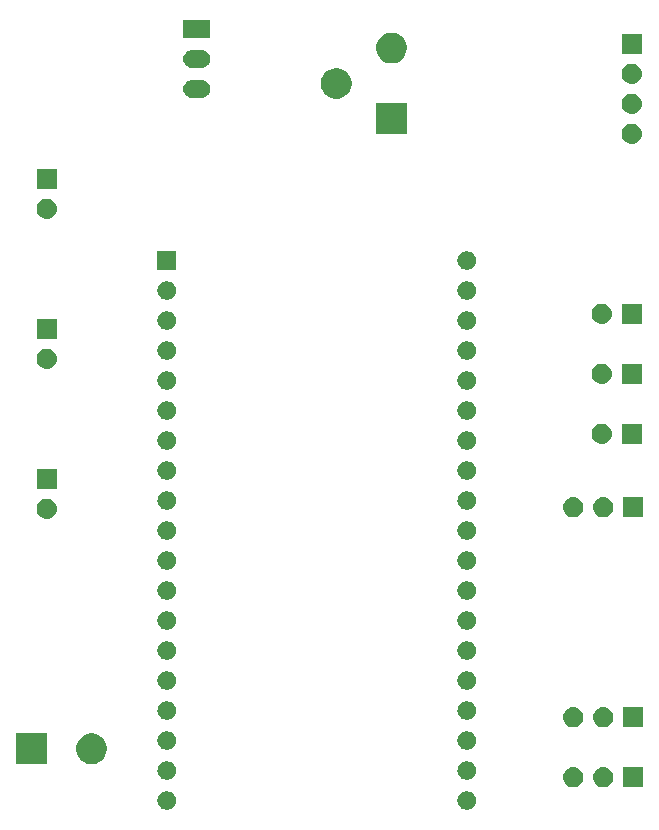
<source format=gbr>
G04 #@! TF.GenerationSoftware,KiCad,Pcbnew,5.0.1-33cea8e~68~ubuntu18.04.1*
G04 #@! TF.CreationDate,2018-11-19T17:19:21-08:00*
G04 #@! TF.ProjectId,Bioreactor,42696F72656163746F722E6B69636164,rev?*
G04 #@! TF.SameCoordinates,Original*
G04 #@! TF.FileFunction,Soldermask,Bot*
G04 #@! TF.FilePolarity,Negative*
%FSLAX46Y46*%
G04 Gerber Fmt 4.6, Leading zero omitted, Abs format (unit mm)*
G04 Created by KiCad (PCBNEW 5.0.1-33cea8e~68~ubuntu18.04.1) date Mon 19 Nov 2018 05:19:21 PM PST*
%MOMM*%
%LPD*%
G01*
G04 APERTURE LIST*
%ADD10C,0.100000*%
G04 APERTURE END LIST*
D10*
G36*
X217397518Y-136969975D02*
X217539465Y-137028771D01*
X217539466Y-137028772D01*
X217539469Y-137028773D01*
X217667221Y-137114135D01*
X217667225Y-137114138D01*
X217775862Y-137222775D01*
X217775864Y-137222778D01*
X217775865Y-137222779D01*
X217861227Y-137350531D01*
X217920025Y-137492482D01*
X217950000Y-137643177D01*
X217950000Y-137796823D01*
X217920025Y-137947518D01*
X217861227Y-138089469D01*
X217775865Y-138217221D01*
X217775862Y-138217225D01*
X217667225Y-138325862D01*
X217667222Y-138325864D01*
X217667221Y-138325865D01*
X217539469Y-138411227D01*
X217539466Y-138411228D01*
X217539465Y-138411229D01*
X217397518Y-138470025D01*
X217246824Y-138500000D01*
X217093176Y-138500000D01*
X216942482Y-138470025D01*
X216800535Y-138411229D01*
X216800534Y-138411228D01*
X216800531Y-138411227D01*
X216672779Y-138325865D01*
X216672778Y-138325864D01*
X216672775Y-138325862D01*
X216564138Y-138217225D01*
X216564135Y-138217221D01*
X216478773Y-138089469D01*
X216419975Y-137947518D01*
X216390000Y-137796823D01*
X216390000Y-137643177D01*
X216419975Y-137492482D01*
X216478773Y-137350531D01*
X216564135Y-137222779D01*
X216564136Y-137222778D01*
X216564138Y-137222775D01*
X216672775Y-137114138D01*
X216672779Y-137114135D01*
X216800531Y-137028773D01*
X216800534Y-137028772D01*
X216800535Y-137028771D01*
X216942482Y-136969975D01*
X217093176Y-136940000D01*
X217246824Y-136940000D01*
X217397518Y-136969975D01*
X217397518Y-136969975D01*
G37*
G36*
X191997518Y-136969975D02*
X192139465Y-137028771D01*
X192139466Y-137028772D01*
X192139469Y-137028773D01*
X192267221Y-137114135D01*
X192267225Y-137114138D01*
X192375862Y-137222775D01*
X192375864Y-137222778D01*
X192375865Y-137222779D01*
X192461227Y-137350531D01*
X192520025Y-137492482D01*
X192550000Y-137643177D01*
X192550000Y-137796823D01*
X192520025Y-137947518D01*
X192461227Y-138089469D01*
X192375865Y-138217221D01*
X192375862Y-138217225D01*
X192267225Y-138325862D01*
X192267222Y-138325864D01*
X192267221Y-138325865D01*
X192139469Y-138411227D01*
X192139466Y-138411228D01*
X192139465Y-138411229D01*
X191997518Y-138470025D01*
X191846824Y-138500000D01*
X191693176Y-138500000D01*
X191542482Y-138470025D01*
X191400535Y-138411229D01*
X191400534Y-138411228D01*
X191400531Y-138411227D01*
X191272779Y-138325865D01*
X191272778Y-138325864D01*
X191272775Y-138325862D01*
X191164138Y-138217225D01*
X191164135Y-138217221D01*
X191078773Y-138089469D01*
X191019975Y-137947518D01*
X190990000Y-137796823D01*
X190990000Y-137643177D01*
X191019975Y-137492482D01*
X191078773Y-137350531D01*
X191164135Y-137222779D01*
X191164136Y-137222778D01*
X191164138Y-137222775D01*
X191272775Y-137114138D01*
X191272779Y-137114135D01*
X191400531Y-137028773D01*
X191400534Y-137028772D01*
X191400535Y-137028771D01*
X191542482Y-136969975D01*
X191693176Y-136940000D01*
X191846824Y-136940000D01*
X191997518Y-136969975D01*
X191997518Y-136969975D01*
G37*
G36*
X228908630Y-134915299D02*
X229068855Y-134963903D01*
X229216520Y-135042831D01*
X229345949Y-135149051D01*
X229452169Y-135278480D01*
X229531097Y-135426145D01*
X229579701Y-135586370D01*
X229596112Y-135753000D01*
X229579701Y-135919630D01*
X229531097Y-136079855D01*
X229452169Y-136227520D01*
X229345949Y-136356949D01*
X229216520Y-136463169D01*
X229068855Y-136542097D01*
X228908630Y-136590701D01*
X228783752Y-136603000D01*
X228700248Y-136603000D01*
X228575370Y-136590701D01*
X228415145Y-136542097D01*
X228267480Y-136463169D01*
X228138051Y-136356949D01*
X228031831Y-136227520D01*
X227952903Y-136079855D01*
X227904299Y-135919630D01*
X227887888Y-135753000D01*
X227904299Y-135586370D01*
X227952903Y-135426145D01*
X228031831Y-135278480D01*
X228138051Y-135149051D01*
X228267480Y-135042831D01*
X228415145Y-134963903D01*
X228575370Y-134915299D01*
X228700248Y-134903000D01*
X228783752Y-134903000D01*
X228908630Y-134915299D01*
X228908630Y-134915299D01*
G37*
G36*
X226368630Y-134915299D02*
X226528855Y-134963903D01*
X226676520Y-135042831D01*
X226805949Y-135149051D01*
X226912169Y-135278480D01*
X226991097Y-135426145D01*
X227039701Y-135586370D01*
X227056112Y-135753000D01*
X227039701Y-135919630D01*
X226991097Y-136079855D01*
X226912169Y-136227520D01*
X226805949Y-136356949D01*
X226676520Y-136463169D01*
X226528855Y-136542097D01*
X226368630Y-136590701D01*
X226243752Y-136603000D01*
X226160248Y-136603000D01*
X226035370Y-136590701D01*
X225875145Y-136542097D01*
X225727480Y-136463169D01*
X225598051Y-136356949D01*
X225491831Y-136227520D01*
X225412903Y-136079855D01*
X225364299Y-135919630D01*
X225347888Y-135753000D01*
X225364299Y-135586370D01*
X225412903Y-135426145D01*
X225491831Y-135278480D01*
X225598051Y-135149051D01*
X225727480Y-135042831D01*
X225875145Y-134963903D01*
X226035370Y-134915299D01*
X226160248Y-134903000D01*
X226243752Y-134903000D01*
X226368630Y-134915299D01*
X226368630Y-134915299D01*
G37*
G36*
X232132000Y-136603000D02*
X230432000Y-136603000D01*
X230432000Y-134903000D01*
X232132000Y-134903000D01*
X232132000Y-136603000D01*
X232132000Y-136603000D01*
G37*
G36*
X217397518Y-134429975D02*
X217539465Y-134488771D01*
X217539466Y-134488772D01*
X217539469Y-134488773D01*
X217667221Y-134574135D01*
X217667225Y-134574138D01*
X217775862Y-134682775D01*
X217775864Y-134682778D01*
X217775865Y-134682779D01*
X217861227Y-134810531D01*
X217861228Y-134810534D01*
X217861229Y-134810535D01*
X217920025Y-134952482D01*
X217937997Y-135042831D01*
X217950000Y-135103177D01*
X217950000Y-135256823D01*
X217920025Y-135407518D01*
X217861227Y-135549469D01*
X217775865Y-135677221D01*
X217775862Y-135677225D01*
X217667225Y-135785862D01*
X217667222Y-135785864D01*
X217667221Y-135785865D01*
X217539469Y-135871227D01*
X217539466Y-135871228D01*
X217539465Y-135871229D01*
X217397518Y-135930025D01*
X217246824Y-135960000D01*
X217093176Y-135960000D01*
X216942482Y-135930025D01*
X216800535Y-135871229D01*
X216800534Y-135871228D01*
X216800531Y-135871227D01*
X216672779Y-135785865D01*
X216672778Y-135785864D01*
X216672775Y-135785862D01*
X216564138Y-135677225D01*
X216564135Y-135677221D01*
X216478773Y-135549469D01*
X216419975Y-135407518D01*
X216390000Y-135256823D01*
X216390000Y-135103177D01*
X216402004Y-135042831D01*
X216419975Y-134952482D01*
X216478771Y-134810535D01*
X216478772Y-134810534D01*
X216478773Y-134810531D01*
X216564135Y-134682779D01*
X216564136Y-134682778D01*
X216564138Y-134682775D01*
X216672775Y-134574138D01*
X216672779Y-134574135D01*
X216800531Y-134488773D01*
X216800534Y-134488772D01*
X216800535Y-134488771D01*
X216942482Y-134429975D01*
X217093176Y-134400000D01*
X217246824Y-134400000D01*
X217397518Y-134429975D01*
X217397518Y-134429975D01*
G37*
G36*
X191997518Y-134429975D02*
X192139465Y-134488771D01*
X192139466Y-134488772D01*
X192139469Y-134488773D01*
X192267221Y-134574135D01*
X192267225Y-134574138D01*
X192375862Y-134682775D01*
X192375864Y-134682778D01*
X192375865Y-134682779D01*
X192461227Y-134810531D01*
X192461228Y-134810534D01*
X192461229Y-134810535D01*
X192520025Y-134952482D01*
X192537997Y-135042831D01*
X192550000Y-135103177D01*
X192550000Y-135256823D01*
X192520025Y-135407518D01*
X192461227Y-135549469D01*
X192375865Y-135677221D01*
X192375862Y-135677225D01*
X192267225Y-135785862D01*
X192267222Y-135785864D01*
X192267221Y-135785865D01*
X192139469Y-135871227D01*
X192139466Y-135871228D01*
X192139465Y-135871229D01*
X191997518Y-135930025D01*
X191846824Y-135960000D01*
X191693176Y-135960000D01*
X191542482Y-135930025D01*
X191400535Y-135871229D01*
X191400534Y-135871228D01*
X191400531Y-135871227D01*
X191272779Y-135785865D01*
X191272778Y-135785864D01*
X191272775Y-135785862D01*
X191164138Y-135677225D01*
X191164135Y-135677221D01*
X191078773Y-135549469D01*
X191019975Y-135407518D01*
X190990000Y-135256823D01*
X190990000Y-135103177D01*
X191002004Y-135042831D01*
X191019975Y-134952482D01*
X191078771Y-134810535D01*
X191078772Y-134810534D01*
X191078773Y-134810531D01*
X191164135Y-134682779D01*
X191164136Y-134682778D01*
X191164138Y-134682775D01*
X191272775Y-134574138D01*
X191272779Y-134574135D01*
X191400531Y-134488773D01*
X191400534Y-134488772D01*
X191400535Y-134488771D01*
X191542482Y-134429975D01*
X191693176Y-134400000D01*
X191846824Y-134400000D01*
X191997518Y-134429975D01*
X191997518Y-134429975D01*
G37*
G36*
X181640000Y-134650000D02*
X179040000Y-134650000D01*
X179040000Y-132050000D01*
X181640000Y-132050000D01*
X181640000Y-134650000D01*
X181640000Y-134650000D01*
G37*
G36*
X185799196Y-132099958D02*
X186035780Y-132197954D01*
X186248705Y-132340226D01*
X186429774Y-132521295D01*
X186572046Y-132734220D01*
X186670042Y-132970804D01*
X186720000Y-133221960D01*
X186720000Y-133478040D01*
X186670042Y-133729196D01*
X186572046Y-133965780D01*
X186429774Y-134178705D01*
X186248705Y-134359774D01*
X186035780Y-134502046D01*
X185799196Y-134600042D01*
X185548040Y-134650000D01*
X185291960Y-134650000D01*
X185040804Y-134600042D01*
X184804220Y-134502046D01*
X184591295Y-134359774D01*
X184410226Y-134178705D01*
X184267954Y-133965780D01*
X184169958Y-133729196D01*
X184120000Y-133478040D01*
X184120000Y-133221960D01*
X184169958Y-132970804D01*
X184267954Y-132734220D01*
X184410226Y-132521295D01*
X184591295Y-132340226D01*
X184804220Y-132197954D01*
X185040804Y-132099958D01*
X185291960Y-132050000D01*
X185548040Y-132050000D01*
X185799196Y-132099958D01*
X185799196Y-132099958D01*
G37*
G36*
X191997518Y-131889975D02*
X192139465Y-131948771D01*
X192139466Y-131948772D01*
X192139469Y-131948773D01*
X192267221Y-132034135D01*
X192267225Y-132034138D01*
X192375862Y-132142775D01*
X192375864Y-132142778D01*
X192375865Y-132142779D01*
X192461227Y-132270531D01*
X192520025Y-132412482D01*
X192550000Y-132563177D01*
X192550000Y-132716823D01*
X192520025Y-132867518D01*
X192461227Y-133009469D01*
X192375865Y-133137221D01*
X192375862Y-133137225D01*
X192267225Y-133245862D01*
X192267222Y-133245864D01*
X192267221Y-133245865D01*
X192139469Y-133331227D01*
X192139466Y-133331228D01*
X192139465Y-133331229D01*
X191997518Y-133390025D01*
X191846824Y-133420000D01*
X191693176Y-133420000D01*
X191542482Y-133390025D01*
X191400535Y-133331229D01*
X191400534Y-133331228D01*
X191400531Y-133331227D01*
X191272779Y-133245865D01*
X191272778Y-133245864D01*
X191272775Y-133245862D01*
X191164138Y-133137225D01*
X191164135Y-133137221D01*
X191078773Y-133009469D01*
X191019975Y-132867518D01*
X190990000Y-132716823D01*
X190990000Y-132563177D01*
X191019975Y-132412482D01*
X191078773Y-132270531D01*
X191164135Y-132142779D01*
X191164136Y-132142778D01*
X191164138Y-132142775D01*
X191272775Y-132034138D01*
X191272779Y-132034135D01*
X191400531Y-131948773D01*
X191400534Y-131948772D01*
X191400535Y-131948771D01*
X191542482Y-131889975D01*
X191693176Y-131860000D01*
X191846824Y-131860000D01*
X191997518Y-131889975D01*
X191997518Y-131889975D01*
G37*
G36*
X217397518Y-131889975D02*
X217539465Y-131948771D01*
X217539466Y-131948772D01*
X217539469Y-131948773D01*
X217667221Y-132034135D01*
X217667225Y-132034138D01*
X217775862Y-132142775D01*
X217775864Y-132142778D01*
X217775865Y-132142779D01*
X217861227Y-132270531D01*
X217920025Y-132412482D01*
X217950000Y-132563177D01*
X217950000Y-132716823D01*
X217920025Y-132867518D01*
X217861227Y-133009469D01*
X217775865Y-133137221D01*
X217775862Y-133137225D01*
X217667225Y-133245862D01*
X217667222Y-133245864D01*
X217667221Y-133245865D01*
X217539469Y-133331227D01*
X217539466Y-133331228D01*
X217539465Y-133331229D01*
X217397518Y-133390025D01*
X217246824Y-133420000D01*
X217093176Y-133420000D01*
X216942482Y-133390025D01*
X216800535Y-133331229D01*
X216800534Y-133331228D01*
X216800531Y-133331227D01*
X216672779Y-133245865D01*
X216672778Y-133245864D01*
X216672775Y-133245862D01*
X216564138Y-133137225D01*
X216564135Y-133137221D01*
X216478773Y-133009469D01*
X216419975Y-132867518D01*
X216390000Y-132716823D01*
X216390000Y-132563177D01*
X216419975Y-132412482D01*
X216478773Y-132270531D01*
X216564135Y-132142779D01*
X216564136Y-132142778D01*
X216564138Y-132142775D01*
X216672775Y-132034138D01*
X216672779Y-132034135D01*
X216800531Y-131948773D01*
X216800534Y-131948772D01*
X216800535Y-131948771D01*
X216942482Y-131889975D01*
X217093176Y-131860000D01*
X217246824Y-131860000D01*
X217397518Y-131889975D01*
X217397518Y-131889975D01*
G37*
G36*
X226368630Y-129835299D02*
X226528855Y-129883903D01*
X226676520Y-129962831D01*
X226805949Y-130069051D01*
X226912169Y-130198480D01*
X226991097Y-130346145D01*
X227039701Y-130506370D01*
X227056112Y-130673000D01*
X227039701Y-130839630D01*
X226991097Y-130999855D01*
X226912169Y-131147520D01*
X226805949Y-131276949D01*
X226676520Y-131383169D01*
X226528855Y-131462097D01*
X226368630Y-131510701D01*
X226243752Y-131523000D01*
X226160248Y-131523000D01*
X226035370Y-131510701D01*
X225875145Y-131462097D01*
X225727480Y-131383169D01*
X225598051Y-131276949D01*
X225491831Y-131147520D01*
X225412903Y-130999855D01*
X225364299Y-130839630D01*
X225347888Y-130673000D01*
X225364299Y-130506370D01*
X225412903Y-130346145D01*
X225491831Y-130198480D01*
X225598051Y-130069051D01*
X225727480Y-129962831D01*
X225875145Y-129883903D01*
X226035370Y-129835299D01*
X226160248Y-129823000D01*
X226243752Y-129823000D01*
X226368630Y-129835299D01*
X226368630Y-129835299D01*
G37*
G36*
X228908630Y-129835299D02*
X229068855Y-129883903D01*
X229216520Y-129962831D01*
X229345949Y-130069051D01*
X229452169Y-130198480D01*
X229531097Y-130346145D01*
X229579701Y-130506370D01*
X229596112Y-130673000D01*
X229579701Y-130839630D01*
X229531097Y-130999855D01*
X229452169Y-131147520D01*
X229345949Y-131276949D01*
X229216520Y-131383169D01*
X229068855Y-131462097D01*
X228908630Y-131510701D01*
X228783752Y-131523000D01*
X228700248Y-131523000D01*
X228575370Y-131510701D01*
X228415145Y-131462097D01*
X228267480Y-131383169D01*
X228138051Y-131276949D01*
X228031831Y-131147520D01*
X227952903Y-130999855D01*
X227904299Y-130839630D01*
X227887888Y-130673000D01*
X227904299Y-130506370D01*
X227952903Y-130346145D01*
X228031831Y-130198480D01*
X228138051Y-130069051D01*
X228267480Y-129962831D01*
X228415145Y-129883903D01*
X228575370Y-129835299D01*
X228700248Y-129823000D01*
X228783752Y-129823000D01*
X228908630Y-129835299D01*
X228908630Y-129835299D01*
G37*
G36*
X232132000Y-131523000D02*
X230432000Y-131523000D01*
X230432000Y-129823000D01*
X232132000Y-129823000D01*
X232132000Y-131523000D01*
X232132000Y-131523000D01*
G37*
G36*
X191997518Y-129349975D02*
X192139465Y-129408771D01*
X192139466Y-129408772D01*
X192139469Y-129408773D01*
X192267221Y-129494135D01*
X192267225Y-129494138D01*
X192375862Y-129602775D01*
X192375864Y-129602778D01*
X192375865Y-129602779D01*
X192461227Y-129730531D01*
X192461228Y-129730534D01*
X192461229Y-129730535D01*
X192520025Y-129872482D01*
X192537997Y-129962831D01*
X192550000Y-130023177D01*
X192550000Y-130176823D01*
X192520025Y-130327518D01*
X192461227Y-130469469D01*
X192375865Y-130597221D01*
X192375862Y-130597225D01*
X192267225Y-130705862D01*
X192267222Y-130705864D01*
X192267221Y-130705865D01*
X192139469Y-130791227D01*
X192139466Y-130791228D01*
X192139465Y-130791229D01*
X191997518Y-130850025D01*
X191846824Y-130880000D01*
X191693176Y-130880000D01*
X191542482Y-130850025D01*
X191400535Y-130791229D01*
X191400534Y-130791228D01*
X191400531Y-130791227D01*
X191272779Y-130705865D01*
X191272778Y-130705864D01*
X191272775Y-130705862D01*
X191164138Y-130597225D01*
X191164135Y-130597221D01*
X191078773Y-130469469D01*
X191019975Y-130327518D01*
X190990000Y-130176823D01*
X190990000Y-130023177D01*
X191002004Y-129962831D01*
X191019975Y-129872482D01*
X191078771Y-129730535D01*
X191078772Y-129730534D01*
X191078773Y-129730531D01*
X191164135Y-129602779D01*
X191164136Y-129602778D01*
X191164138Y-129602775D01*
X191272775Y-129494138D01*
X191272779Y-129494135D01*
X191400531Y-129408773D01*
X191400534Y-129408772D01*
X191400535Y-129408771D01*
X191542482Y-129349975D01*
X191693176Y-129320000D01*
X191846824Y-129320000D01*
X191997518Y-129349975D01*
X191997518Y-129349975D01*
G37*
G36*
X217397518Y-129349975D02*
X217539465Y-129408771D01*
X217539466Y-129408772D01*
X217539469Y-129408773D01*
X217667221Y-129494135D01*
X217667225Y-129494138D01*
X217775862Y-129602775D01*
X217775864Y-129602778D01*
X217775865Y-129602779D01*
X217861227Y-129730531D01*
X217861228Y-129730534D01*
X217861229Y-129730535D01*
X217920025Y-129872482D01*
X217937997Y-129962831D01*
X217950000Y-130023177D01*
X217950000Y-130176823D01*
X217920025Y-130327518D01*
X217861227Y-130469469D01*
X217775865Y-130597221D01*
X217775862Y-130597225D01*
X217667225Y-130705862D01*
X217667222Y-130705864D01*
X217667221Y-130705865D01*
X217539469Y-130791227D01*
X217539466Y-130791228D01*
X217539465Y-130791229D01*
X217397518Y-130850025D01*
X217246824Y-130880000D01*
X217093176Y-130880000D01*
X216942482Y-130850025D01*
X216800535Y-130791229D01*
X216800534Y-130791228D01*
X216800531Y-130791227D01*
X216672779Y-130705865D01*
X216672778Y-130705864D01*
X216672775Y-130705862D01*
X216564138Y-130597225D01*
X216564135Y-130597221D01*
X216478773Y-130469469D01*
X216419975Y-130327518D01*
X216390000Y-130176823D01*
X216390000Y-130023177D01*
X216402004Y-129962831D01*
X216419975Y-129872482D01*
X216478771Y-129730535D01*
X216478772Y-129730534D01*
X216478773Y-129730531D01*
X216564135Y-129602779D01*
X216564136Y-129602778D01*
X216564138Y-129602775D01*
X216672775Y-129494138D01*
X216672779Y-129494135D01*
X216800531Y-129408773D01*
X216800534Y-129408772D01*
X216800535Y-129408771D01*
X216942482Y-129349975D01*
X217093176Y-129320000D01*
X217246824Y-129320000D01*
X217397518Y-129349975D01*
X217397518Y-129349975D01*
G37*
G36*
X191997518Y-126809975D02*
X192139465Y-126868771D01*
X192139466Y-126868772D01*
X192139469Y-126868773D01*
X192267221Y-126954135D01*
X192267225Y-126954138D01*
X192375862Y-127062775D01*
X192375864Y-127062778D01*
X192375865Y-127062779D01*
X192461227Y-127190531D01*
X192520025Y-127332482D01*
X192550000Y-127483177D01*
X192550000Y-127636823D01*
X192520025Y-127787518D01*
X192461227Y-127929469D01*
X192375865Y-128057221D01*
X192375862Y-128057225D01*
X192267225Y-128165862D01*
X192267222Y-128165864D01*
X192267221Y-128165865D01*
X192139469Y-128251227D01*
X192139466Y-128251228D01*
X192139465Y-128251229D01*
X191997518Y-128310025D01*
X191846824Y-128340000D01*
X191693176Y-128340000D01*
X191542482Y-128310025D01*
X191400535Y-128251229D01*
X191400534Y-128251228D01*
X191400531Y-128251227D01*
X191272779Y-128165865D01*
X191272778Y-128165864D01*
X191272775Y-128165862D01*
X191164138Y-128057225D01*
X191164135Y-128057221D01*
X191078773Y-127929469D01*
X191019975Y-127787518D01*
X190990000Y-127636823D01*
X190990000Y-127483177D01*
X191019975Y-127332482D01*
X191078773Y-127190531D01*
X191164135Y-127062779D01*
X191164136Y-127062778D01*
X191164138Y-127062775D01*
X191272775Y-126954138D01*
X191272779Y-126954135D01*
X191400531Y-126868773D01*
X191400534Y-126868772D01*
X191400535Y-126868771D01*
X191542482Y-126809975D01*
X191693176Y-126780000D01*
X191846824Y-126780000D01*
X191997518Y-126809975D01*
X191997518Y-126809975D01*
G37*
G36*
X217397518Y-126809975D02*
X217539465Y-126868771D01*
X217539466Y-126868772D01*
X217539469Y-126868773D01*
X217667221Y-126954135D01*
X217667225Y-126954138D01*
X217775862Y-127062775D01*
X217775864Y-127062778D01*
X217775865Y-127062779D01*
X217861227Y-127190531D01*
X217920025Y-127332482D01*
X217950000Y-127483177D01*
X217950000Y-127636823D01*
X217920025Y-127787518D01*
X217861227Y-127929469D01*
X217775865Y-128057221D01*
X217775862Y-128057225D01*
X217667225Y-128165862D01*
X217667222Y-128165864D01*
X217667221Y-128165865D01*
X217539469Y-128251227D01*
X217539466Y-128251228D01*
X217539465Y-128251229D01*
X217397518Y-128310025D01*
X217246824Y-128340000D01*
X217093176Y-128340000D01*
X216942482Y-128310025D01*
X216800535Y-128251229D01*
X216800534Y-128251228D01*
X216800531Y-128251227D01*
X216672779Y-128165865D01*
X216672778Y-128165864D01*
X216672775Y-128165862D01*
X216564138Y-128057225D01*
X216564135Y-128057221D01*
X216478773Y-127929469D01*
X216419975Y-127787518D01*
X216390000Y-127636823D01*
X216390000Y-127483177D01*
X216419975Y-127332482D01*
X216478773Y-127190531D01*
X216564135Y-127062779D01*
X216564136Y-127062778D01*
X216564138Y-127062775D01*
X216672775Y-126954138D01*
X216672779Y-126954135D01*
X216800531Y-126868773D01*
X216800534Y-126868772D01*
X216800535Y-126868771D01*
X216942482Y-126809975D01*
X217093176Y-126780000D01*
X217246824Y-126780000D01*
X217397518Y-126809975D01*
X217397518Y-126809975D01*
G37*
G36*
X191997518Y-124269975D02*
X192139465Y-124328771D01*
X192139466Y-124328772D01*
X192139469Y-124328773D01*
X192267221Y-124414135D01*
X192267225Y-124414138D01*
X192375862Y-124522775D01*
X192375864Y-124522778D01*
X192375865Y-124522779D01*
X192461227Y-124650531D01*
X192520025Y-124792482D01*
X192550000Y-124943177D01*
X192550000Y-125096823D01*
X192520025Y-125247518D01*
X192461227Y-125389469D01*
X192375865Y-125517221D01*
X192375862Y-125517225D01*
X192267225Y-125625862D01*
X192267222Y-125625864D01*
X192267221Y-125625865D01*
X192139469Y-125711227D01*
X192139466Y-125711228D01*
X192139465Y-125711229D01*
X191997518Y-125770025D01*
X191846824Y-125800000D01*
X191693176Y-125800000D01*
X191542482Y-125770025D01*
X191400535Y-125711229D01*
X191400534Y-125711228D01*
X191400531Y-125711227D01*
X191272779Y-125625865D01*
X191272778Y-125625864D01*
X191272775Y-125625862D01*
X191164138Y-125517225D01*
X191164135Y-125517221D01*
X191078773Y-125389469D01*
X191019975Y-125247518D01*
X190990000Y-125096823D01*
X190990000Y-124943177D01*
X191019975Y-124792482D01*
X191078773Y-124650531D01*
X191164135Y-124522779D01*
X191164136Y-124522778D01*
X191164138Y-124522775D01*
X191272775Y-124414138D01*
X191272779Y-124414135D01*
X191400531Y-124328773D01*
X191400534Y-124328772D01*
X191400535Y-124328771D01*
X191542482Y-124269975D01*
X191693176Y-124240000D01*
X191846824Y-124240000D01*
X191997518Y-124269975D01*
X191997518Y-124269975D01*
G37*
G36*
X217397518Y-124269975D02*
X217539465Y-124328771D01*
X217539466Y-124328772D01*
X217539469Y-124328773D01*
X217667221Y-124414135D01*
X217667225Y-124414138D01*
X217775862Y-124522775D01*
X217775864Y-124522778D01*
X217775865Y-124522779D01*
X217861227Y-124650531D01*
X217920025Y-124792482D01*
X217950000Y-124943177D01*
X217950000Y-125096823D01*
X217920025Y-125247518D01*
X217861227Y-125389469D01*
X217775865Y-125517221D01*
X217775862Y-125517225D01*
X217667225Y-125625862D01*
X217667222Y-125625864D01*
X217667221Y-125625865D01*
X217539469Y-125711227D01*
X217539466Y-125711228D01*
X217539465Y-125711229D01*
X217397518Y-125770025D01*
X217246824Y-125800000D01*
X217093176Y-125800000D01*
X216942482Y-125770025D01*
X216800535Y-125711229D01*
X216800534Y-125711228D01*
X216800531Y-125711227D01*
X216672779Y-125625865D01*
X216672778Y-125625864D01*
X216672775Y-125625862D01*
X216564138Y-125517225D01*
X216564135Y-125517221D01*
X216478773Y-125389469D01*
X216419975Y-125247518D01*
X216390000Y-125096823D01*
X216390000Y-124943177D01*
X216419975Y-124792482D01*
X216478773Y-124650531D01*
X216564135Y-124522779D01*
X216564136Y-124522778D01*
X216564138Y-124522775D01*
X216672775Y-124414138D01*
X216672779Y-124414135D01*
X216800531Y-124328773D01*
X216800534Y-124328772D01*
X216800535Y-124328771D01*
X216942482Y-124269975D01*
X217093176Y-124240000D01*
X217246824Y-124240000D01*
X217397518Y-124269975D01*
X217397518Y-124269975D01*
G37*
G36*
X191997518Y-121729975D02*
X192139465Y-121788771D01*
X192139466Y-121788772D01*
X192139469Y-121788773D01*
X192267221Y-121874135D01*
X192267225Y-121874138D01*
X192375862Y-121982775D01*
X192375864Y-121982778D01*
X192375865Y-121982779D01*
X192461227Y-122110531D01*
X192520025Y-122252482D01*
X192550000Y-122403177D01*
X192550000Y-122556823D01*
X192520025Y-122707518D01*
X192461227Y-122849469D01*
X192375865Y-122977221D01*
X192375862Y-122977225D01*
X192267225Y-123085862D01*
X192267222Y-123085864D01*
X192267221Y-123085865D01*
X192139469Y-123171227D01*
X192139466Y-123171228D01*
X192139465Y-123171229D01*
X191997518Y-123230025D01*
X191846824Y-123260000D01*
X191693176Y-123260000D01*
X191542482Y-123230025D01*
X191400535Y-123171229D01*
X191400534Y-123171228D01*
X191400531Y-123171227D01*
X191272779Y-123085865D01*
X191272778Y-123085864D01*
X191272775Y-123085862D01*
X191164138Y-122977225D01*
X191164135Y-122977221D01*
X191078773Y-122849469D01*
X191019975Y-122707518D01*
X190990000Y-122556823D01*
X190990000Y-122403177D01*
X191019975Y-122252482D01*
X191078773Y-122110531D01*
X191164135Y-121982779D01*
X191164136Y-121982778D01*
X191164138Y-121982775D01*
X191272775Y-121874138D01*
X191272779Y-121874135D01*
X191400531Y-121788773D01*
X191400534Y-121788772D01*
X191400535Y-121788771D01*
X191542482Y-121729975D01*
X191693176Y-121700000D01*
X191846824Y-121700000D01*
X191997518Y-121729975D01*
X191997518Y-121729975D01*
G37*
G36*
X217397518Y-121729975D02*
X217539465Y-121788771D01*
X217539466Y-121788772D01*
X217539469Y-121788773D01*
X217667221Y-121874135D01*
X217667225Y-121874138D01*
X217775862Y-121982775D01*
X217775864Y-121982778D01*
X217775865Y-121982779D01*
X217861227Y-122110531D01*
X217920025Y-122252482D01*
X217950000Y-122403177D01*
X217950000Y-122556823D01*
X217920025Y-122707518D01*
X217861227Y-122849469D01*
X217775865Y-122977221D01*
X217775862Y-122977225D01*
X217667225Y-123085862D01*
X217667222Y-123085864D01*
X217667221Y-123085865D01*
X217539469Y-123171227D01*
X217539466Y-123171228D01*
X217539465Y-123171229D01*
X217397518Y-123230025D01*
X217246824Y-123260000D01*
X217093176Y-123260000D01*
X216942482Y-123230025D01*
X216800535Y-123171229D01*
X216800534Y-123171228D01*
X216800531Y-123171227D01*
X216672779Y-123085865D01*
X216672778Y-123085864D01*
X216672775Y-123085862D01*
X216564138Y-122977225D01*
X216564135Y-122977221D01*
X216478773Y-122849469D01*
X216419975Y-122707518D01*
X216390000Y-122556823D01*
X216390000Y-122403177D01*
X216419975Y-122252482D01*
X216478773Y-122110531D01*
X216564135Y-121982779D01*
X216564136Y-121982778D01*
X216564138Y-121982775D01*
X216672775Y-121874138D01*
X216672779Y-121874135D01*
X216800531Y-121788773D01*
X216800534Y-121788772D01*
X216800535Y-121788771D01*
X216942482Y-121729975D01*
X217093176Y-121700000D01*
X217246824Y-121700000D01*
X217397518Y-121729975D01*
X217397518Y-121729975D01*
G37*
G36*
X217397518Y-119189975D02*
X217539465Y-119248771D01*
X217539466Y-119248772D01*
X217539469Y-119248773D01*
X217667221Y-119334135D01*
X217667225Y-119334138D01*
X217775862Y-119442775D01*
X217775864Y-119442778D01*
X217775865Y-119442779D01*
X217861227Y-119570531D01*
X217920025Y-119712482D01*
X217950000Y-119863177D01*
X217950000Y-120016823D01*
X217920025Y-120167518D01*
X217861227Y-120309469D01*
X217775865Y-120437221D01*
X217775862Y-120437225D01*
X217667225Y-120545862D01*
X217667222Y-120545864D01*
X217667221Y-120545865D01*
X217539469Y-120631227D01*
X217539466Y-120631228D01*
X217539465Y-120631229D01*
X217397518Y-120690025D01*
X217246824Y-120720000D01*
X217093176Y-120720000D01*
X216942482Y-120690025D01*
X216800535Y-120631229D01*
X216800534Y-120631228D01*
X216800531Y-120631227D01*
X216672779Y-120545865D01*
X216672778Y-120545864D01*
X216672775Y-120545862D01*
X216564138Y-120437225D01*
X216564135Y-120437221D01*
X216478773Y-120309469D01*
X216419975Y-120167518D01*
X216390000Y-120016823D01*
X216390000Y-119863177D01*
X216419975Y-119712482D01*
X216478773Y-119570531D01*
X216564135Y-119442779D01*
X216564136Y-119442778D01*
X216564138Y-119442775D01*
X216672775Y-119334138D01*
X216672779Y-119334135D01*
X216800531Y-119248773D01*
X216800534Y-119248772D01*
X216800535Y-119248771D01*
X216942482Y-119189975D01*
X217093176Y-119160000D01*
X217246824Y-119160000D01*
X217397518Y-119189975D01*
X217397518Y-119189975D01*
G37*
G36*
X191997518Y-119189975D02*
X192139465Y-119248771D01*
X192139466Y-119248772D01*
X192139469Y-119248773D01*
X192267221Y-119334135D01*
X192267225Y-119334138D01*
X192375862Y-119442775D01*
X192375864Y-119442778D01*
X192375865Y-119442779D01*
X192461227Y-119570531D01*
X192520025Y-119712482D01*
X192550000Y-119863177D01*
X192550000Y-120016823D01*
X192520025Y-120167518D01*
X192461227Y-120309469D01*
X192375865Y-120437221D01*
X192375862Y-120437225D01*
X192267225Y-120545862D01*
X192267222Y-120545864D01*
X192267221Y-120545865D01*
X192139469Y-120631227D01*
X192139466Y-120631228D01*
X192139465Y-120631229D01*
X191997518Y-120690025D01*
X191846824Y-120720000D01*
X191693176Y-120720000D01*
X191542482Y-120690025D01*
X191400535Y-120631229D01*
X191400534Y-120631228D01*
X191400531Y-120631227D01*
X191272779Y-120545865D01*
X191272778Y-120545864D01*
X191272775Y-120545862D01*
X191164138Y-120437225D01*
X191164135Y-120437221D01*
X191078773Y-120309469D01*
X191019975Y-120167518D01*
X190990000Y-120016823D01*
X190990000Y-119863177D01*
X191019975Y-119712482D01*
X191078773Y-119570531D01*
X191164135Y-119442779D01*
X191164136Y-119442778D01*
X191164138Y-119442775D01*
X191272775Y-119334138D01*
X191272779Y-119334135D01*
X191400531Y-119248773D01*
X191400534Y-119248772D01*
X191400535Y-119248771D01*
X191542482Y-119189975D01*
X191693176Y-119160000D01*
X191846824Y-119160000D01*
X191997518Y-119189975D01*
X191997518Y-119189975D01*
G37*
G36*
X191997518Y-116649975D02*
X192139465Y-116708771D01*
X192139466Y-116708772D01*
X192139469Y-116708773D01*
X192267221Y-116794135D01*
X192267225Y-116794138D01*
X192375862Y-116902775D01*
X192375864Y-116902778D01*
X192375865Y-116902779D01*
X192461227Y-117030531D01*
X192520025Y-117172482D01*
X192550000Y-117323177D01*
X192550000Y-117476823D01*
X192520025Y-117627518D01*
X192461227Y-117769469D01*
X192375865Y-117897221D01*
X192375862Y-117897225D01*
X192267225Y-118005862D01*
X192267222Y-118005864D01*
X192267221Y-118005865D01*
X192139469Y-118091227D01*
X192139466Y-118091228D01*
X192139465Y-118091229D01*
X191997518Y-118150025D01*
X191846824Y-118180000D01*
X191693176Y-118180000D01*
X191542482Y-118150025D01*
X191400535Y-118091229D01*
X191400534Y-118091228D01*
X191400531Y-118091227D01*
X191272779Y-118005865D01*
X191272778Y-118005864D01*
X191272775Y-118005862D01*
X191164138Y-117897225D01*
X191164135Y-117897221D01*
X191078773Y-117769469D01*
X191019975Y-117627518D01*
X190990000Y-117476823D01*
X190990000Y-117323177D01*
X191019975Y-117172482D01*
X191078773Y-117030531D01*
X191164135Y-116902779D01*
X191164136Y-116902778D01*
X191164138Y-116902775D01*
X191272775Y-116794138D01*
X191272779Y-116794135D01*
X191400531Y-116708773D01*
X191400534Y-116708772D01*
X191400535Y-116708771D01*
X191542482Y-116649975D01*
X191693176Y-116620000D01*
X191846824Y-116620000D01*
X191997518Y-116649975D01*
X191997518Y-116649975D01*
G37*
G36*
X217397518Y-116649975D02*
X217539465Y-116708771D01*
X217539466Y-116708772D01*
X217539469Y-116708773D01*
X217667221Y-116794135D01*
X217667225Y-116794138D01*
X217775862Y-116902775D01*
X217775864Y-116902778D01*
X217775865Y-116902779D01*
X217861227Y-117030531D01*
X217920025Y-117172482D01*
X217950000Y-117323177D01*
X217950000Y-117476823D01*
X217920025Y-117627518D01*
X217861227Y-117769469D01*
X217775865Y-117897221D01*
X217775862Y-117897225D01*
X217667225Y-118005862D01*
X217667222Y-118005864D01*
X217667221Y-118005865D01*
X217539469Y-118091227D01*
X217539466Y-118091228D01*
X217539465Y-118091229D01*
X217397518Y-118150025D01*
X217246824Y-118180000D01*
X217093176Y-118180000D01*
X216942482Y-118150025D01*
X216800535Y-118091229D01*
X216800534Y-118091228D01*
X216800531Y-118091227D01*
X216672779Y-118005865D01*
X216672778Y-118005864D01*
X216672775Y-118005862D01*
X216564138Y-117897225D01*
X216564135Y-117897221D01*
X216478773Y-117769469D01*
X216419975Y-117627518D01*
X216390000Y-117476823D01*
X216390000Y-117323177D01*
X216419975Y-117172482D01*
X216478773Y-117030531D01*
X216564135Y-116902779D01*
X216564136Y-116902778D01*
X216564138Y-116902775D01*
X216672775Y-116794138D01*
X216672779Y-116794135D01*
X216800531Y-116708773D01*
X216800534Y-116708772D01*
X216800535Y-116708771D01*
X216942482Y-116649975D01*
X217093176Y-116620000D01*
X217246824Y-116620000D01*
X217397518Y-116649975D01*
X217397518Y-116649975D01*
G37*
G36*
X217397518Y-114109975D02*
X217539465Y-114168771D01*
X217539466Y-114168772D01*
X217539469Y-114168773D01*
X217667221Y-114254135D01*
X217667225Y-114254138D01*
X217775862Y-114362775D01*
X217775864Y-114362778D01*
X217775865Y-114362779D01*
X217861227Y-114490531D01*
X217920025Y-114632482D01*
X217950000Y-114783177D01*
X217950000Y-114936823D01*
X217920025Y-115087518D01*
X217861227Y-115229469D01*
X217775865Y-115357221D01*
X217775862Y-115357225D01*
X217667225Y-115465862D01*
X217667222Y-115465864D01*
X217667221Y-115465865D01*
X217539469Y-115551227D01*
X217539466Y-115551228D01*
X217539465Y-115551229D01*
X217397518Y-115610025D01*
X217246824Y-115640000D01*
X217093176Y-115640000D01*
X216942482Y-115610025D01*
X216800535Y-115551229D01*
X216800534Y-115551228D01*
X216800531Y-115551227D01*
X216672779Y-115465865D01*
X216672778Y-115465864D01*
X216672775Y-115465862D01*
X216564138Y-115357225D01*
X216564135Y-115357221D01*
X216478773Y-115229469D01*
X216419975Y-115087518D01*
X216390000Y-114936823D01*
X216390000Y-114783177D01*
X216419975Y-114632482D01*
X216478773Y-114490531D01*
X216564135Y-114362779D01*
X216564136Y-114362778D01*
X216564138Y-114362775D01*
X216672775Y-114254138D01*
X216672779Y-114254135D01*
X216800531Y-114168773D01*
X216800534Y-114168772D01*
X216800535Y-114168771D01*
X216942482Y-114109975D01*
X217093176Y-114080000D01*
X217246824Y-114080000D01*
X217397518Y-114109975D01*
X217397518Y-114109975D01*
G37*
G36*
X191997518Y-114109975D02*
X192139465Y-114168771D01*
X192139466Y-114168772D01*
X192139469Y-114168773D01*
X192267221Y-114254135D01*
X192267225Y-114254138D01*
X192375862Y-114362775D01*
X192375864Y-114362778D01*
X192375865Y-114362779D01*
X192461227Y-114490531D01*
X192520025Y-114632482D01*
X192550000Y-114783177D01*
X192550000Y-114936823D01*
X192520025Y-115087518D01*
X192461227Y-115229469D01*
X192375865Y-115357221D01*
X192375862Y-115357225D01*
X192267225Y-115465862D01*
X192267222Y-115465864D01*
X192267221Y-115465865D01*
X192139469Y-115551227D01*
X192139466Y-115551228D01*
X192139465Y-115551229D01*
X191997518Y-115610025D01*
X191846824Y-115640000D01*
X191693176Y-115640000D01*
X191542482Y-115610025D01*
X191400535Y-115551229D01*
X191400534Y-115551228D01*
X191400531Y-115551227D01*
X191272779Y-115465865D01*
X191272778Y-115465864D01*
X191272775Y-115465862D01*
X191164138Y-115357225D01*
X191164135Y-115357221D01*
X191078773Y-115229469D01*
X191019975Y-115087518D01*
X190990000Y-114936823D01*
X190990000Y-114783177D01*
X191019975Y-114632482D01*
X191078773Y-114490531D01*
X191164135Y-114362779D01*
X191164136Y-114362778D01*
X191164138Y-114362775D01*
X191272775Y-114254138D01*
X191272779Y-114254135D01*
X191400531Y-114168773D01*
X191400534Y-114168772D01*
X191400535Y-114168771D01*
X191542482Y-114109975D01*
X191693176Y-114080000D01*
X191846824Y-114080000D01*
X191997518Y-114109975D01*
X191997518Y-114109975D01*
G37*
G36*
X181776630Y-112192299D02*
X181936855Y-112240903D01*
X182084520Y-112319831D01*
X182213949Y-112426051D01*
X182320169Y-112555480D01*
X182399097Y-112703145D01*
X182447701Y-112863370D01*
X182464112Y-113030000D01*
X182447701Y-113196630D01*
X182399097Y-113356855D01*
X182320169Y-113504520D01*
X182213949Y-113633949D01*
X182084520Y-113740169D01*
X181936855Y-113819097D01*
X181776630Y-113867701D01*
X181651752Y-113880000D01*
X181568248Y-113880000D01*
X181443370Y-113867701D01*
X181283145Y-113819097D01*
X181135480Y-113740169D01*
X181006051Y-113633949D01*
X180899831Y-113504520D01*
X180820903Y-113356855D01*
X180772299Y-113196630D01*
X180755888Y-113030000D01*
X180772299Y-112863370D01*
X180820903Y-112703145D01*
X180899831Y-112555480D01*
X181006051Y-112426051D01*
X181135480Y-112319831D01*
X181283145Y-112240903D01*
X181443370Y-112192299D01*
X181568248Y-112180000D01*
X181651752Y-112180000D01*
X181776630Y-112192299D01*
X181776630Y-112192299D01*
G37*
G36*
X232132000Y-113743000D02*
X230432000Y-113743000D01*
X230432000Y-112043000D01*
X232132000Y-112043000D01*
X232132000Y-113743000D01*
X232132000Y-113743000D01*
G37*
G36*
X228908630Y-112055299D02*
X229068855Y-112103903D01*
X229216520Y-112182831D01*
X229345949Y-112289051D01*
X229452169Y-112418480D01*
X229531097Y-112566145D01*
X229579701Y-112726370D01*
X229596112Y-112893000D01*
X229579701Y-113059630D01*
X229531097Y-113219855D01*
X229452169Y-113367520D01*
X229345949Y-113496949D01*
X229216520Y-113603169D01*
X229068855Y-113682097D01*
X228908630Y-113730701D01*
X228783752Y-113743000D01*
X228700248Y-113743000D01*
X228575370Y-113730701D01*
X228415145Y-113682097D01*
X228267480Y-113603169D01*
X228138051Y-113496949D01*
X228031831Y-113367520D01*
X227952903Y-113219855D01*
X227904299Y-113059630D01*
X227887888Y-112893000D01*
X227904299Y-112726370D01*
X227952903Y-112566145D01*
X228031831Y-112418480D01*
X228138051Y-112289051D01*
X228267480Y-112182831D01*
X228415145Y-112103903D01*
X228575370Y-112055299D01*
X228700248Y-112043000D01*
X228783752Y-112043000D01*
X228908630Y-112055299D01*
X228908630Y-112055299D01*
G37*
G36*
X226368630Y-112055299D02*
X226528855Y-112103903D01*
X226676520Y-112182831D01*
X226805949Y-112289051D01*
X226912169Y-112418480D01*
X226991097Y-112566145D01*
X227039701Y-112726370D01*
X227056112Y-112893000D01*
X227039701Y-113059630D01*
X226991097Y-113219855D01*
X226912169Y-113367520D01*
X226805949Y-113496949D01*
X226676520Y-113603169D01*
X226528855Y-113682097D01*
X226368630Y-113730701D01*
X226243752Y-113743000D01*
X226160248Y-113743000D01*
X226035370Y-113730701D01*
X225875145Y-113682097D01*
X225727480Y-113603169D01*
X225598051Y-113496949D01*
X225491831Y-113367520D01*
X225412903Y-113219855D01*
X225364299Y-113059630D01*
X225347888Y-112893000D01*
X225364299Y-112726370D01*
X225412903Y-112566145D01*
X225491831Y-112418480D01*
X225598051Y-112289051D01*
X225727480Y-112182831D01*
X225875145Y-112103903D01*
X226035370Y-112055299D01*
X226160248Y-112043000D01*
X226243752Y-112043000D01*
X226368630Y-112055299D01*
X226368630Y-112055299D01*
G37*
G36*
X191997518Y-111569975D02*
X192139465Y-111628771D01*
X192139466Y-111628772D01*
X192139469Y-111628773D01*
X192267221Y-111714135D01*
X192267225Y-111714138D01*
X192375862Y-111822775D01*
X192375864Y-111822778D01*
X192375865Y-111822779D01*
X192461227Y-111950531D01*
X192461228Y-111950534D01*
X192461229Y-111950535D01*
X192520025Y-112092482D01*
X192537997Y-112182831D01*
X192550000Y-112243177D01*
X192550000Y-112396823D01*
X192520025Y-112547518D01*
X192461227Y-112689469D01*
X192375865Y-112817221D01*
X192375862Y-112817225D01*
X192267225Y-112925862D01*
X192267222Y-112925864D01*
X192267221Y-112925865D01*
X192139469Y-113011227D01*
X192139466Y-113011228D01*
X192139465Y-113011229D01*
X191997518Y-113070025D01*
X191846824Y-113100000D01*
X191693176Y-113100000D01*
X191542482Y-113070025D01*
X191400535Y-113011229D01*
X191400534Y-113011228D01*
X191400531Y-113011227D01*
X191272779Y-112925865D01*
X191272778Y-112925864D01*
X191272775Y-112925862D01*
X191164138Y-112817225D01*
X191164135Y-112817221D01*
X191078773Y-112689469D01*
X191019975Y-112547518D01*
X190990000Y-112396823D01*
X190990000Y-112243177D01*
X191002004Y-112182831D01*
X191019975Y-112092482D01*
X191078771Y-111950535D01*
X191078772Y-111950534D01*
X191078773Y-111950531D01*
X191164135Y-111822779D01*
X191164136Y-111822778D01*
X191164138Y-111822775D01*
X191272775Y-111714138D01*
X191272779Y-111714135D01*
X191400531Y-111628773D01*
X191400534Y-111628772D01*
X191400535Y-111628771D01*
X191542482Y-111569975D01*
X191693176Y-111540000D01*
X191846824Y-111540000D01*
X191997518Y-111569975D01*
X191997518Y-111569975D01*
G37*
G36*
X217397518Y-111569975D02*
X217539465Y-111628771D01*
X217539466Y-111628772D01*
X217539469Y-111628773D01*
X217667221Y-111714135D01*
X217667225Y-111714138D01*
X217775862Y-111822775D01*
X217775864Y-111822778D01*
X217775865Y-111822779D01*
X217861227Y-111950531D01*
X217861228Y-111950534D01*
X217861229Y-111950535D01*
X217920025Y-112092482D01*
X217937997Y-112182831D01*
X217950000Y-112243177D01*
X217950000Y-112396823D01*
X217920025Y-112547518D01*
X217861227Y-112689469D01*
X217775865Y-112817221D01*
X217775862Y-112817225D01*
X217667225Y-112925862D01*
X217667222Y-112925864D01*
X217667221Y-112925865D01*
X217539469Y-113011227D01*
X217539466Y-113011228D01*
X217539465Y-113011229D01*
X217397518Y-113070025D01*
X217246824Y-113100000D01*
X217093176Y-113100000D01*
X216942482Y-113070025D01*
X216800535Y-113011229D01*
X216800534Y-113011228D01*
X216800531Y-113011227D01*
X216672779Y-112925865D01*
X216672778Y-112925864D01*
X216672775Y-112925862D01*
X216564138Y-112817225D01*
X216564135Y-112817221D01*
X216478773Y-112689469D01*
X216419975Y-112547518D01*
X216390000Y-112396823D01*
X216390000Y-112243177D01*
X216402004Y-112182831D01*
X216419975Y-112092482D01*
X216478771Y-111950535D01*
X216478772Y-111950534D01*
X216478773Y-111950531D01*
X216564135Y-111822779D01*
X216564136Y-111822778D01*
X216564138Y-111822775D01*
X216672775Y-111714138D01*
X216672779Y-111714135D01*
X216800531Y-111628773D01*
X216800534Y-111628772D01*
X216800535Y-111628771D01*
X216942482Y-111569975D01*
X217093176Y-111540000D01*
X217246824Y-111540000D01*
X217397518Y-111569975D01*
X217397518Y-111569975D01*
G37*
G36*
X182460000Y-111340000D02*
X180760000Y-111340000D01*
X180760000Y-109640000D01*
X182460000Y-109640000D01*
X182460000Y-111340000D01*
X182460000Y-111340000D01*
G37*
G36*
X217397518Y-109029975D02*
X217539465Y-109088771D01*
X217539466Y-109088772D01*
X217539469Y-109088773D01*
X217667221Y-109174135D01*
X217667225Y-109174138D01*
X217775862Y-109282775D01*
X217775864Y-109282778D01*
X217775865Y-109282779D01*
X217861227Y-109410531D01*
X217920025Y-109552482D01*
X217950000Y-109703177D01*
X217950000Y-109856823D01*
X217920025Y-110007518D01*
X217861227Y-110149469D01*
X217775865Y-110277221D01*
X217775862Y-110277225D01*
X217667225Y-110385862D01*
X217667222Y-110385864D01*
X217667221Y-110385865D01*
X217539469Y-110471227D01*
X217539466Y-110471228D01*
X217539465Y-110471229D01*
X217397518Y-110530025D01*
X217246824Y-110560000D01*
X217093176Y-110560000D01*
X216942482Y-110530025D01*
X216800535Y-110471229D01*
X216800534Y-110471228D01*
X216800531Y-110471227D01*
X216672779Y-110385865D01*
X216672778Y-110385864D01*
X216672775Y-110385862D01*
X216564138Y-110277225D01*
X216564135Y-110277221D01*
X216478773Y-110149469D01*
X216419975Y-110007518D01*
X216390000Y-109856823D01*
X216390000Y-109703177D01*
X216419975Y-109552482D01*
X216478773Y-109410531D01*
X216564135Y-109282779D01*
X216564136Y-109282778D01*
X216564138Y-109282775D01*
X216672775Y-109174138D01*
X216672779Y-109174135D01*
X216800531Y-109088773D01*
X216800534Y-109088772D01*
X216800535Y-109088771D01*
X216942482Y-109029975D01*
X217093176Y-109000000D01*
X217246824Y-109000000D01*
X217397518Y-109029975D01*
X217397518Y-109029975D01*
G37*
G36*
X191997518Y-109029975D02*
X192139465Y-109088771D01*
X192139466Y-109088772D01*
X192139469Y-109088773D01*
X192267221Y-109174135D01*
X192267225Y-109174138D01*
X192375862Y-109282775D01*
X192375864Y-109282778D01*
X192375865Y-109282779D01*
X192461227Y-109410531D01*
X192520025Y-109552482D01*
X192550000Y-109703177D01*
X192550000Y-109856823D01*
X192520025Y-110007518D01*
X192461227Y-110149469D01*
X192375865Y-110277221D01*
X192375862Y-110277225D01*
X192267225Y-110385862D01*
X192267222Y-110385864D01*
X192267221Y-110385865D01*
X192139469Y-110471227D01*
X192139466Y-110471228D01*
X192139465Y-110471229D01*
X191997518Y-110530025D01*
X191846824Y-110560000D01*
X191693176Y-110560000D01*
X191542482Y-110530025D01*
X191400535Y-110471229D01*
X191400534Y-110471228D01*
X191400531Y-110471227D01*
X191272779Y-110385865D01*
X191272778Y-110385864D01*
X191272775Y-110385862D01*
X191164138Y-110277225D01*
X191164135Y-110277221D01*
X191078773Y-110149469D01*
X191019975Y-110007518D01*
X190990000Y-109856823D01*
X190990000Y-109703177D01*
X191019975Y-109552482D01*
X191078773Y-109410531D01*
X191164135Y-109282779D01*
X191164136Y-109282778D01*
X191164138Y-109282775D01*
X191272775Y-109174138D01*
X191272779Y-109174135D01*
X191400531Y-109088773D01*
X191400534Y-109088772D01*
X191400535Y-109088771D01*
X191542482Y-109029975D01*
X191693176Y-109000000D01*
X191846824Y-109000000D01*
X191997518Y-109029975D01*
X191997518Y-109029975D01*
G37*
G36*
X217397518Y-106489975D02*
X217539465Y-106548771D01*
X217539466Y-106548772D01*
X217539469Y-106548773D01*
X217667221Y-106634135D01*
X217667225Y-106634138D01*
X217775862Y-106742775D01*
X217775864Y-106742778D01*
X217775865Y-106742779D01*
X217861227Y-106870531D01*
X217920025Y-107012482D01*
X217950000Y-107163177D01*
X217950000Y-107316823D01*
X217920025Y-107467518D01*
X217861227Y-107609469D01*
X217775865Y-107737221D01*
X217775862Y-107737225D01*
X217667225Y-107845862D01*
X217667222Y-107845864D01*
X217667221Y-107845865D01*
X217539469Y-107931227D01*
X217539466Y-107931228D01*
X217539465Y-107931229D01*
X217397518Y-107990025D01*
X217246824Y-108020000D01*
X217093176Y-108020000D01*
X216942482Y-107990025D01*
X216800535Y-107931229D01*
X216800534Y-107931228D01*
X216800531Y-107931227D01*
X216672779Y-107845865D01*
X216672778Y-107845864D01*
X216672775Y-107845862D01*
X216564138Y-107737225D01*
X216564135Y-107737221D01*
X216478773Y-107609469D01*
X216419975Y-107467518D01*
X216390000Y-107316823D01*
X216390000Y-107163177D01*
X216419975Y-107012482D01*
X216478773Y-106870531D01*
X216564135Y-106742779D01*
X216564136Y-106742778D01*
X216564138Y-106742775D01*
X216672775Y-106634138D01*
X216672779Y-106634135D01*
X216800531Y-106548773D01*
X216800534Y-106548772D01*
X216800535Y-106548771D01*
X216942482Y-106489975D01*
X217093176Y-106460000D01*
X217246824Y-106460000D01*
X217397518Y-106489975D01*
X217397518Y-106489975D01*
G37*
G36*
X191997518Y-106489975D02*
X192139465Y-106548771D01*
X192139466Y-106548772D01*
X192139469Y-106548773D01*
X192267221Y-106634135D01*
X192267225Y-106634138D01*
X192375862Y-106742775D01*
X192375864Y-106742778D01*
X192375865Y-106742779D01*
X192461227Y-106870531D01*
X192520025Y-107012482D01*
X192550000Y-107163177D01*
X192550000Y-107316823D01*
X192520025Y-107467518D01*
X192461227Y-107609469D01*
X192375865Y-107737221D01*
X192375862Y-107737225D01*
X192267225Y-107845862D01*
X192267222Y-107845864D01*
X192267221Y-107845865D01*
X192139469Y-107931227D01*
X192139466Y-107931228D01*
X192139465Y-107931229D01*
X191997518Y-107990025D01*
X191846824Y-108020000D01*
X191693176Y-108020000D01*
X191542482Y-107990025D01*
X191400535Y-107931229D01*
X191400534Y-107931228D01*
X191400531Y-107931227D01*
X191272779Y-107845865D01*
X191272778Y-107845864D01*
X191272775Y-107845862D01*
X191164138Y-107737225D01*
X191164135Y-107737221D01*
X191078773Y-107609469D01*
X191019975Y-107467518D01*
X190990000Y-107316823D01*
X190990000Y-107163177D01*
X191019975Y-107012482D01*
X191078773Y-106870531D01*
X191164135Y-106742779D01*
X191164136Y-106742778D01*
X191164138Y-106742775D01*
X191272775Y-106634138D01*
X191272779Y-106634135D01*
X191400531Y-106548773D01*
X191400534Y-106548772D01*
X191400535Y-106548771D01*
X191542482Y-106489975D01*
X191693176Y-106460000D01*
X191846824Y-106460000D01*
X191997518Y-106489975D01*
X191997518Y-106489975D01*
G37*
G36*
X231990000Y-107530000D02*
X230290000Y-107530000D01*
X230290000Y-105830000D01*
X231990000Y-105830000D01*
X231990000Y-107530000D01*
X231990000Y-107530000D01*
G37*
G36*
X228766630Y-105842299D02*
X228926855Y-105890903D01*
X229074520Y-105969831D01*
X229203949Y-106076051D01*
X229310169Y-106205480D01*
X229389097Y-106353145D01*
X229437701Y-106513370D01*
X229454112Y-106680000D01*
X229437701Y-106846630D01*
X229389097Y-107006855D01*
X229310169Y-107154520D01*
X229203949Y-107283949D01*
X229074520Y-107390169D01*
X228926855Y-107469097D01*
X228766630Y-107517701D01*
X228641752Y-107530000D01*
X228558248Y-107530000D01*
X228433370Y-107517701D01*
X228273145Y-107469097D01*
X228125480Y-107390169D01*
X227996051Y-107283949D01*
X227889831Y-107154520D01*
X227810903Y-107006855D01*
X227762299Y-106846630D01*
X227745888Y-106680000D01*
X227762299Y-106513370D01*
X227810903Y-106353145D01*
X227889831Y-106205480D01*
X227996051Y-106076051D01*
X228125480Y-105969831D01*
X228273145Y-105890903D01*
X228433370Y-105842299D01*
X228558248Y-105830000D01*
X228641752Y-105830000D01*
X228766630Y-105842299D01*
X228766630Y-105842299D01*
G37*
G36*
X191997518Y-103949975D02*
X192139465Y-104008771D01*
X192139466Y-104008772D01*
X192139469Y-104008773D01*
X192267221Y-104094135D01*
X192267225Y-104094138D01*
X192375862Y-104202775D01*
X192375864Y-104202778D01*
X192375865Y-104202779D01*
X192461227Y-104330531D01*
X192520025Y-104472482D01*
X192550000Y-104623177D01*
X192550000Y-104776823D01*
X192520025Y-104927518D01*
X192461227Y-105069469D01*
X192375865Y-105197221D01*
X192375862Y-105197225D01*
X192267225Y-105305862D01*
X192267222Y-105305864D01*
X192267221Y-105305865D01*
X192139469Y-105391227D01*
X192139466Y-105391228D01*
X192139465Y-105391229D01*
X191997518Y-105450025D01*
X191846824Y-105480000D01*
X191693176Y-105480000D01*
X191542482Y-105450025D01*
X191400535Y-105391229D01*
X191400534Y-105391228D01*
X191400531Y-105391227D01*
X191272779Y-105305865D01*
X191272778Y-105305864D01*
X191272775Y-105305862D01*
X191164138Y-105197225D01*
X191164135Y-105197221D01*
X191078773Y-105069469D01*
X191019975Y-104927518D01*
X190990000Y-104776823D01*
X190990000Y-104623177D01*
X191019975Y-104472482D01*
X191078773Y-104330531D01*
X191164135Y-104202779D01*
X191164136Y-104202778D01*
X191164138Y-104202775D01*
X191272775Y-104094138D01*
X191272779Y-104094135D01*
X191400531Y-104008773D01*
X191400534Y-104008772D01*
X191400535Y-104008771D01*
X191542482Y-103949975D01*
X191693176Y-103920000D01*
X191846824Y-103920000D01*
X191997518Y-103949975D01*
X191997518Y-103949975D01*
G37*
G36*
X217397518Y-103949975D02*
X217539465Y-104008771D01*
X217539466Y-104008772D01*
X217539469Y-104008773D01*
X217667221Y-104094135D01*
X217667225Y-104094138D01*
X217775862Y-104202775D01*
X217775864Y-104202778D01*
X217775865Y-104202779D01*
X217861227Y-104330531D01*
X217920025Y-104472482D01*
X217950000Y-104623177D01*
X217950000Y-104776823D01*
X217920025Y-104927518D01*
X217861227Y-105069469D01*
X217775865Y-105197221D01*
X217775862Y-105197225D01*
X217667225Y-105305862D01*
X217667222Y-105305864D01*
X217667221Y-105305865D01*
X217539469Y-105391227D01*
X217539466Y-105391228D01*
X217539465Y-105391229D01*
X217397518Y-105450025D01*
X217246824Y-105480000D01*
X217093176Y-105480000D01*
X216942482Y-105450025D01*
X216800535Y-105391229D01*
X216800534Y-105391228D01*
X216800531Y-105391227D01*
X216672779Y-105305865D01*
X216672778Y-105305864D01*
X216672775Y-105305862D01*
X216564138Y-105197225D01*
X216564135Y-105197221D01*
X216478773Y-105069469D01*
X216419975Y-104927518D01*
X216390000Y-104776823D01*
X216390000Y-104623177D01*
X216419975Y-104472482D01*
X216478773Y-104330531D01*
X216564135Y-104202779D01*
X216564136Y-104202778D01*
X216564138Y-104202775D01*
X216672775Y-104094138D01*
X216672779Y-104094135D01*
X216800531Y-104008773D01*
X216800534Y-104008772D01*
X216800535Y-104008771D01*
X216942482Y-103949975D01*
X217093176Y-103920000D01*
X217246824Y-103920000D01*
X217397518Y-103949975D01*
X217397518Y-103949975D01*
G37*
G36*
X191997518Y-101409975D02*
X192139465Y-101468771D01*
X192139466Y-101468772D01*
X192139469Y-101468773D01*
X192267221Y-101554135D01*
X192267225Y-101554138D01*
X192375862Y-101662775D01*
X192375864Y-101662778D01*
X192375865Y-101662779D01*
X192461227Y-101790531D01*
X192520025Y-101932482D01*
X192550000Y-102083177D01*
X192550000Y-102236823D01*
X192520025Y-102387518D01*
X192461227Y-102529469D01*
X192375865Y-102657221D01*
X192375862Y-102657225D01*
X192267225Y-102765862D01*
X192267222Y-102765864D01*
X192267221Y-102765865D01*
X192139469Y-102851227D01*
X192139466Y-102851228D01*
X192139465Y-102851229D01*
X191997518Y-102910025D01*
X191846824Y-102940000D01*
X191693176Y-102940000D01*
X191542482Y-102910025D01*
X191400535Y-102851229D01*
X191400534Y-102851228D01*
X191400531Y-102851227D01*
X191272779Y-102765865D01*
X191272778Y-102765864D01*
X191272775Y-102765862D01*
X191164138Y-102657225D01*
X191164135Y-102657221D01*
X191078773Y-102529469D01*
X191019975Y-102387518D01*
X190990000Y-102236823D01*
X190990000Y-102083177D01*
X191019975Y-101932482D01*
X191078773Y-101790531D01*
X191164135Y-101662779D01*
X191164136Y-101662778D01*
X191164138Y-101662775D01*
X191272775Y-101554138D01*
X191272779Y-101554135D01*
X191400531Y-101468773D01*
X191400534Y-101468772D01*
X191400535Y-101468771D01*
X191542482Y-101409975D01*
X191693176Y-101380000D01*
X191846824Y-101380000D01*
X191997518Y-101409975D01*
X191997518Y-101409975D01*
G37*
G36*
X217397518Y-101409975D02*
X217539465Y-101468771D01*
X217539466Y-101468772D01*
X217539469Y-101468773D01*
X217667221Y-101554135D01*
X217667225Y-101554138D01*
X217775862Y-101662775D01*
X217775864Y-101662778D01*
X217775865Y-101662779D01*
X217861227Y-101790531D01*
X217920025Y-101932482D01*
X217950000Y-102083177D01*
X217950000Y-102236823D01*
X217920025Y-102387518D01*
X217861227Y-102529469D01*
X217775865Y-102657221D01*
X217775862Y-102657225D01*
X217667225Y-102765862D01*
X217667222Y-102765864D01*
X217667221Y-102765865D01*
X217539469Y-102851227D01*
X217539466Y-102851228D01*
X217539465Y-102851229D01*
X217397518Y-102910025D01*
X217246824Y-102940000D01*
X217093176Y-102940000D01*
X216942482Y-102910025D01*
X216800535Y-102851229D01*
X216800534Y-102851228D01*
X216800531Y-102851227D01*
X216672779Y-102765865D01*
X216672778Y-102765864D01*
X216672775Y-102765862D01*
X216564138Y-102657225D01*
X216564135Y-102657221D01*
X216478773Y-102529469D01*
X216419975Y-102387518D01*
X216390000Y-102236823D01*
X216390000Y-102083177D01*
X216419975Y-101932482D01*
X216478773Y-101790531D01*
X216564135Y-101662779D01*
X216564136Y-101662778D01*
X216564138Y-101662775D01*
X216672775Y-101554138D01*
X216672779Y-101554135D01*
X216800531Y-101468773D01*
X216800534Y-101468772D01*
X216800535Y-101468771D01*
X216942482Y-101409975D01*
X217093176Y-101380000D01*
X217246824Y-101380000D01*
X217397518Y-101409975D01*
X217397518Y-101409975D01*
G37*
G36*
X231990000Y-102450000D02*
X230290000Y-102450000D01*
X230290000Y-100750000D01*
X231990000Y-100750000D01*
X231990000Y-102450000D01*
X231990000Y-102450000D01*
G37*
G36*
X228766630Y-100762299D02*
X228926855Y-100810903D01*
X229074520Y-100889831D01*
X229203949Y-100996051D01*
X229310169Y-101125480D01*
X229389097Y-101273145D01*
X229437701Y-101433370D01*
X229454112Y-101600000D01*
X229437701Y-101766630D01*
X229389097Y-101926855D01*
X229310169Y-102074520D01*
X229203949Y-102203949D01*
X229074520Y-102310169D01*
X228926855Y-102389097D01*
X228766630Y-102437701D01*
X228641752Y-102450000D01*
X228558248Y-102450000D01*
X228433370Y-102437701D01*
X228273145Y-102389097D01*
X228125480Y-102310169D01*
X227996051Y-102203949D01*
X227889831Y-102074520D01*
X227810903Y-101926855D01*
X227762299Y-101766630D01*
X227745888Y-101600000D01*
X227762299Y-101433370D01*
X227810903Y-101273145D01*
X227889831Y-101125480D01*
X227996051Y-100996051D01*
X228125480Y-100889831D01*
X228273145Y-100810903D01*
X228433370Y-100762299D01*
X228558248Y-100750000D01*
X228641752Y-100750000D01*
X228766630Y-100762299D01*
X228766630Y-100762299D01*
G37*
G36*
X181776630Y-99492299D02*
X181936855Y-99540903D01*
X182084520Y-99619831D01*
X182213949Y-99726051D01*
X182320169Y-99855480D01*
X182399097Y-100003145D01*
X182447701Y-100163370D01*
X182464112Y-100330000D01*
X182447701Y-100496630D01*
X182399097Y-100656855D01*
X182320169Y-100804520D01*
X182213949Y-100933949D01*
X182084520Y-101040169D01*
X181936855Y-101119097D01*
X181776630Y-101167701D01*
X181651752Y-101180000D01*
X181568248Y-101180000D01*
X181443370Y-101167701D01*
X181283145Y-101119097D01*
X181135480Y-101040169D01*
X181006051Y-100933949D01*
X180899831Y-100804520D01*
X180820903Y-100656855D01*
X180772299Y-100496630D01*
X180755888Y-100330000D01*
X180772299Y-100163370D01*
X180820903Y-100003145D01*
X180899831Y-99855480D01*
X181006051Y-99726051D01*
X181135480Y-99619831D01*
X181283145Y-99540903D01*
X181443370Y-99492299D01*
X181568248Y-99480000D01*
X181651752Y-99480000D01*
X181776630Y-99492299D01*
X181776630Y-99492299D01*
G37*
G36*
X191997518Y-98869975D02*
X192139465Y-98928771D01*
X192139466Y-98928772D01*
X192139469Y-98928773D01*
X192267221Y-99014135D01*
X192267225Y-99014138D01*
X192375862Y-99122775D01*
X192375864Y-99122778D01*
X192375865Y-99122779D01*
X192461227Y-99250531D01*
X192520025Y-99392482D01*
X192550000Y-99543177D01*
X192550000Y-99696823D01*
X192520025Y-99847518D01*
X192461227Y-99989469D01*
X192375865Y-100117221D01*
X192375862Y-100117225D01*
X192267225Y-100225862D01*
X192267222Y-100225864D01*
X192267221Y-100225865D01*
X192139469Y-100311227D01*
X192139466Y-100311228D01*
X192139465Y-100311229D01*
X191997518Y-100370025D01*
X191846824Y-100400000D01*
X191693176Y-100400000D01*
X191542482Y-100370025D01*
X191400535Y-100311229D01*
X191400534Y-100311228D01*
X191400531Y-100311227D01*
X191272779Y-100225865D01*
X191272778Y-100225864D01*
X191272775Y-100225862D01*
X191164138Y-100117225D01*
X191164135Y-100117221D01*
X191078773Y-99989469D01*
X191019975Y-99847518D01*
X190990000Y-99696823D01*
X190990000Y-99543177D01*
X191019975Y-99392482D01*
X191078773Y-99250531D01*
X191164135Y-99122779D01*
X191164136Y-99122778D01*
X191164138Y-99122775D01*
X191272775Y-99014138D01*
X191272779Y-99014135D01*
X191400531Y-98928773D01*
X191400534Y-98928772D01*
X191400535Y-98928771D01*
X191542482Y-98869975D01*
X191693176Y-98840000D01*
X191846824Y-98840000D01*
X191997518Y-98869975D01*
X191997518Y-98869975D01*
G37*
G36*
X217397518Y-98869975D02*
X217539465Y-98928771D01*
X217539466Y-98928772D01*
X217539469Y-98928773D01*
X217667221Y-99014135D01*
X217667225Y-99014138D01*
X217775862Y-99122775D01*
X217775864Y-99122778D01*
X217775865Y-99122779D01*
X217861227Y-99250531D01*
X217920025Y-99392482D01*
X217950000Y-99543177D01*
X217950000Y-99696823D01*
X217920025Y-99847518D01*
X217861227Y-99989469D01*
X217775865Y-100117221D01*
X217775862Y-100117225D01*
X217667225Y-100225862D01*
X217667222Y-100225864D01*
X217667221Y-100225865D01*
X217539469Y-100311227D01*
X217539466Y-100311228D01*
X217539465Y-100311229D01*
X217397518Y-100370025D01*
X217246824Y-100400000D01*
X217093176Y-100400000D01*
X216942482Y-100370025D01*
X216800535Y-100311229D01*
X216800534Y-100311228D01*
X216800531Y-100311227D01*
X216672779Y-100225865D01*
X216672778Y-100225864D01*
X216672775Y-100225862D01*
X216564138Y-100117225D01*
X216564135Y-100117221D01*
X216478773Y-99989469D01*
X216419975Y-99847518D01*
X216390000Y-99696823D01*
X216390000Y-99543177D01*
X216419975Y-99392482D01*
X216478773Y-99250531D01*
X216564135Y-99122779D01*
X216564136Y-99122778D01*
X216564138Y-99122775D01*
X216672775Y-99014138D01*
X216672779Y-99014135D01*
X216800531Y-98928773D01*
X216800534Y-98928772D01*
X216800535Y-98928771D01*
X216942482Y-98869975D01*
X217093176Y-98840000D01*
X217246824Y-98840000D01*
X217397518Y-98869975D01*
X217397518Y-98869975D01*
G37*
G36*
X182460000Y-98640000D02*
X180760000Y-98640000D01*
X180760000Y-96940000D01*
X182460000Y-96940000D01*
X182460000Y-98640000D01*
X182460000Y-98640000D01*
G37*
G36*
X217397518Y-96329975D02*
X217539465Y-96388771D01*
X217539466Y-96388772D01*
X217539469Y-96388773D01*
X217667221Y-96474135D01*
X217667225Y-96474138D01*
X217775862Y-96582775D01*
X217775864Y-96582778D01*
X217775865Y-96582779D01*
X217861227Y-96710531D01*
X217920025Y-96852482D01*
X217950000Y-97003177D01*
X217950000Y-97156823D01*
X217920025Y-97307518D01*
X217861227Y-97449469D01*
X217775865Y-97577221D01*
X217775862Y-97577225D01*
X217667225Y-97685862D01*
X217667222Y-97685864D01*
X217667221Y-97685865D01*
X217539469Y-97771227D01*
X217539466Y-97771228D01*
X217539465Y-97771229D01*
X217397518Y-97830025D01*
X217246824Y-97860000D01*
X217093176Y-97860000D01*
X216942482Y-97830025D01*
X216800535Y-97771229D01*
X216800534Y-97771228D01*
X216800531Y-97771227D01*
X216672779Y-97685865D01*
X216672778Y-97685864D01*
X216672775Y-97685862D01*
X216564138Y-97577225D01*
X216564135Y-97577221D01*
X216478773Y-97449469D01*
X216419975Y-97307518D01*
X216390000Y-97156823D01*
X216390000Y-97003177D01*
X216419975Y-96852482D01*
X216478773Y-96710531D01*
X216564135Y-96582779D01*
X216564136Y-96582778D01*
X216564138Y-96582775D01*
X216672775Y-96474138D01*
X216672779Y-96474135D01*
X216800531Y-96388773D01*
X216800534Y-96388772D01*
X216800535Y-96388771D01*
X216942482Y-96329975D01*
X217093176Y-96300000D01*
X217246824Y-96300000D01*
X217397518Y-96329975D01*
X217397518Y-96329975D01*
G37*
G36*
X191997518Y-96329975D02*
X192139465Y-96388771D01*
X192139466Y-96388772D01*
X192139469Y-96388773D01*
X192267221Y-96474135D01*
X192267225Y-96474138D01*
X192375862Y-96582775D01*
X192375864Y-96582778D01*
X192375865Y-96582779D01*
X192461227Y-96710531D01*
X192520025Y-96852482D01*
X192550000Y-97003177D01*
X192550000Y-97156823D01*
X192520025Y-97307518D01*
X192461227Y-97449469D01*
X192375865Y-97577221D01*
X192375862Y-97577225D01*
X192267225Y-97685862D01*
X192267222Y-97685864D01*
X192267221Y-97685865D01*
X192139469Y-97771227D01*
X192139466Y-97771228D01*
X192139465Y-97771229D01*
X191997518Y-97830025D01*
X191846824Y-97860000D01*
X191693176Y-97860000D01*
X191542482Y-97830025D01*
X191400535Y-97771229D01*
X191400534Y-97771228D01*
X191400531Y-97771227D01*
X191272779Y-97685865D01*
X191272778Y-97685864D01*
X191272775Y-97685862D01*
X191164138Y-97577225D01*
X191164135Y-97577221D01*
X191078773Y-97449469D01*
X191019975Y-97307518D01*
X190990000Y-97156823D01*
X190990000Y-97003177D01*
X191019975Y-96852482D01*
X191078773Y-96710531D01*
X191164135Y-96582779D01*
X191164136Y-96582778D01*
X191164138Y-96582775D01*
X191272775Y-96474138D01*
X191272779Y-96474135D01*
X191400531Y-96388773D01*
X191400534Y-96388772D01*
X191400535Y-96388771D01*
X191542482Y-96329975D01*
X191693176Y-96300000D01*
X191846824Y-96300000D01*
X191997518Y-96329975D01*
X191997518Y-96329975D01*
G37*
G36*
X231990000Y-97370000D02*
X230290000Y-97370000D01*
X230290000Y-95670000D01*
X231990000Y-95670000D01*
X231990000Y-97370000D01*
X231990000Y-97370000D01*
G37*
G36*
X228766630Y-95682299D02*
X228926855Y-95730903D01*
X229074520Y-95809831D01*
X229203949Y-95916051D01*
X229310169Y-96045480D01*
X229389097Y-96193145D01*
X229437701Y-96353370D01*
X229454112Y-96520000D01*
X229437701Y-96686630D01*
X229389097Y-96846855D01*
X229310169Y-96994520D01*
X229203949Y-97123949D01*
X229074520Y-97230169D01*
X228926855Y-97309097D01*
X228766630Y-97357701D01*
X228641752Y-97370000D01*
X228558248Y-97370000D01*
X228433370Y-97357701D01*
X228273145Y-97309097D01*
X228125480Y-97230169D01*
X227996051Y-97123949D01*
X227889831Y-96994520D01*
X227810903Y-96846855D01*
X227762299Y-96686630D01*
X227745888Y-96520000D01*
X227762299Y-96353370D01*
X227810903Y-96193145D01*
X227889831Y-96045480D01*
X227996051Y-95916051D01*
X228125480Y-95809831D01*
X228273145Y-95730903D01*
X228433370Y-95682299D01*
X228558248Y-95670000D01*
X228641752Y-95670000D01*
X228766630Y-95682299D01*
X228766630Y-95682299D01*
G37*
G36*
X191997518Y-93789975D02*
X192139465Y-93848771D01*
X192139466Y-93848772D01*
X192139469Y-93848773D01*
X192267221Y-93934135D01*
X192267225Y-93934138D01*
X192375862Y-94042775D01*
X192375864Y-94042778D01*
X192375865Y-94042779D01*
X192461227Y-94170531D01*
X192520025Y-94312482D01*
X192550000Y-94463177D01*
X192550000Y-94616823D01*
X192520025Y-94767518D01*
X192461227Y-94909469D01*
X192375865Y-95037221D01*
X192375862Y-95037225D01*
X192267225Y-95145862D01*
X192267222Y-95145864D01*
X192267221Y-95145865D01*
X192139469Y-95231227D01*
X192139466Y-95231228D01*
X192139465Y-95231229D01*
X191997518Y-95290025D01*
X191846824Y-95320000D01*
X191693176Y-95320000D01*
X191542482Y-95290025D01*
X191400535Y-95231229D01*
X191400534Y-95231228D01*
X191400531Y-95231227D01*
X191272779Y-95145865D01*
X191272778Y-95145864D01*
X191272775Y-95145862D01*
X191164138Y-95037225D01*
X191164135Y-95037221D01*
X191078773Y-94909469D01*
X191019975Y-94767518D01*
X190990000Y-94616823D01*
X190990000Y-94463177D01*
X191019975Y-94312482D01*
X191078773Y-94170531D01*
X191164135Y-94042779D01*
X191164136Y-94042778D01*
X191164138Y-94042775D01*
X191272775Y-93934138D01*
X191272779Y-93934135D01*
X191400531Y-93848773D01*
X191400534Y-93848772D01*
X191400535Y-93848771D01*
X191542482Y-93789975D01*
X191693176Y-93760000D01*
X191846824Y-93760000D01*
X191997518Y-93789975D01*
X191997518Y-93789975D01*
G37*
G36*
X217397518Y-93789975D02*
X217539465Y-93848771D01*
X217539466Y-93848772D01*
X217539469Y-93848773D01*
X217667221Y-93934135D01*
X217667225Y-93934138D01*
X217775862Y-94042775D01*
X217775864Y-94042778D01*
X217775865Y-94042779D01*
X217861227Y-94170531D01*
X217920025Y-94312482D01*
X217950000Y-94463177D01*
X217950000Y-94616823D01*
X217920025Y-94767518D01*
X217861227Y-94909469D01*
X217775865Y-95037221D01*
X217775862Y-95037225D01*
X217667225Y-95145862D01*
X217667222Y-95145864D01*
X217667221Y-95145865D01*
X217539469Y-95231227D01*
X217539466Y-95231228D01*
X217539465Y-95231229D01*
X217397518Y-95290025D01*
X217246824Y-95320000D01*
X217093176Y-95320000D01*
X216942482Y-95290025D01*
X216800535Y-95231229D01*
X216800534Y-95231228D01*
X216800531Y-95231227D01*
X216672779Y-95145865D01*
X216672778Y-95145864D01*
X216672775Y-95145862D01*
X216564138Y-95037225D01*
X216564135Y-95037221D01*
X216478773Y-94909469D01*
X216419975Y-94767518D01*
X216390000Y-94616823D01*
X216390000Y-94463177D01*
X216419975Y-94312482D01*
X216478773Y-94170531D01*
X216564135Y-94042779D01*
X216564136Y-94042778D01*
X216564138Y-94042775D01*
X216672775Y-93934138D01*
X216672779Y-93934135D01*
X216800531Y-93848773D01*
X216800534Y-93848772D01*
X216800535Y-93848771D01*
X216942482Y-93789975D01*
X217093176Y-93760000D01*
X217246824Y-93760000D01*
X217397518Y-93789975D01*
X217397518Y-93789975D01*
G37*
G36*
X192550000Y-92780000D02*
X190990000Y-92780000D01*
X190990000Y-91220000D01*
X192550000Y-91220000D01*
X192550000Y-92780000D01*
X192550000Y-92780000D01*
G37*
G36*
X217397518Y-91249975D02*
X217539465Y-91308771D01*
X217539466Y-91308772D01*
X217539469Y-91308773D01*
X217667221Y-91394135D01*
X217667225Y-91394138D01*
X217775862Y-91502775D01*
X217775864Y-91502778D01*
X217775865Y-91502779D01*
X217861227Y-91630531D01*
X217920025Y-91772482D01*
X217950000Y-91923177D01*
X217950000Y-92076823D01*
X217920025Y-92227518D01*
X217861227Y-92369469D01*
X217775865Y-92497221D01*
X217775862Y-92497225D01*
X217667225Y-92605862D01*
X217667222Y-92605864D01*
X217667221Y-92605865D01*
X217539469Y-92691227D01*
X217539466Y-92691228D01*
X217539465Y-92691229D01*
X217397518Y-92750025D01*
X217246824Y-92780000D01*
X217093176Y-92780000D01*
X216942482Y-92750025D01*
X216800535Y-92691229D01*
X216800534Y-92691228D01*
X216800531Y-92691227D01*
X216672779Y-92605865D01*
X216672778Y-92605864D01*
X216672775Y-92605862D01*
X216564138Y-92497225D01*
X216564135Y-92497221D01*
X216478773Y-92369469D01*
X216419975Y-92227518D01*
X216390000Y-92076823D01*
X216390000Y-91923177D01*
X216419975Y-91772482D01*
X216478773Y-91630531D01*
X216564135Y-91502779D01*
X216564136Y-91502778D01*
X216564138Y-91502775D01*
X216672775Y-91394138D01*
X216672779Y-91394135D01*
X216800531Y-91308773D01*
X216800534Y-91308772D01*
X216800535Y-91308771D01*
X216942482Y-91249975D01*
X217093176Y-91220000D01*
X217246824Y-91220000D01*
X217397518Y-91249975D01*
X217397518Y-91249975D01*
G37*
G36*
X181776630Y-86792299D02*
X181936855Y-86840903D01*
X182084520Y-86919831D01*
X182213949Y-87026051D01*
X182320169Y-87155480D01*
X182399097Y-87303145D01*
X182447701Y-87463370D01*
X182464112Y-87630000D01*
X182447701Y-87796630D01*
X182399097Y-87956855D01*
X182320169Y-88104520D01*
X182213949Y-88233949D01*
X182084520Y-88340169D01*
X181936855Y-88419097D01*
X181776630Y-88467701D01*
X181651752Y-88480000D01*
X181568248Y-88480000D01*
X181443370Y-88467701D01*
X181283145Y-88419097D01*
X181135480Y-88340169D01*
X181006051Y-88233949D01*
X180899831Y-88104520D01*
X180820903Y-87956855D01*
X180772299Y-87796630D01*
X180755888Y-87630000D01*
X180772299Y-87463370D01*
X180820903Y-87303145D01*
X180899831Y-87155480D01*
X181006051Y-87026051D01*
X181135480Y-86919831D01*
X181283145Y-86840903D01*
X181443370Y-86792299D01*
X181568248Y-86780000D01*
X181651752Y-86780000D01*
X181776630Y-86792299D01*
X181776630Y-86792299D01*
G37*
G36*
X182460000Y-85940000D02*
X180760000Y-85940000D01*
X180760000Y-84240000D01*
X182460000Y-84240000D01*
X182460000Y-85940000D01*
X182460000Y-85940000D01*
G37*
G36*
X231306630Y-80442299D02*
X231466855Y-80490903D01*
X231614520Y-80569831D01*
X231743949Y-80676051D01*
X231850169Y-80805480D01*
X231929097Y-80953145D01*
X231977701Y-81113370D01*
X231994112Y-81280000D01*
X231977701Y-81446630D01*
X231929097Y-81606855D01*
X231850169Y-81754520D01*
X231743949Y-81883949D01*
X231614520Y-81990169D01*
X231466855Y-82069097D01*
X231306630Y-82117701D01*
X231181752Y-82130000D01*
X231098248Y-82130000D01*
X230973370Y-82117701D01*
X230813145Y-82069097D01*
X230665480Y-81990169D01*
X230536051Y-81883949D01*
X230429831Y-81754520D01*
X230350903Y-81606855D01*
X230302299Y-81446630D01*
X230285888Y-81280000D01*
X230302299Y-81113370D01*
X230350903Y-80953145D01*
X230429831Y-80805480D01*
X230536051Y-80676051D01*
X230665480Y-80569831D01*
X230813145Y-80490903D01*
X230973370Y-80442299D01*
X231098248Y-80430000D01*
X231181752Y-80430000D01*
X231306630Y-80442299D01*
X231306630Y-80442299D01*
G37*
G36*
X212120000Y-81310000D02*
X209520000Y-81310000D01*
X209520000Y-78710000D01*
X212120000Y-78710000D01*
X212120000Y-81310000D01*
X212120000Y-81310000D01*
G37*
G36*
X231306630Y-77902299D02*
X231466855Y-77950903D01*
X231614520Y-78029831D01*
X231743949Y-78136051D01*
X231850169Y-78265480D01*
X231929097Y-78413145D01*
X231977701Y-78573370D01*
X231994112Y-78740000D01*
X231977701Y-78906630D01*
X231929097Y-79066855D01*
X231850169Y-79214520D01*
X231743949Y-79343949D01*
X231614520Y-79450169D01*
X231466855Y-79529097D01*
X231306630Y-79577701D01*
X231181752Y-79590000D01*
X231098248Y-79590000D01*
X230973370Y-79577701D01*
X230813145Y-79529097D01*
X230665480Y-79450169D01*
X230536051Y-79343949D01*
X230429831Y-79214520D01*
X230350903Y-79066855D01*
X230302299Y-78906630D01*
X230285888Y-78740000D01*
X230302299Y-78573370D01*
X230350903Y-78413145D01*
X230429831Y-78265480D01*
X230536051Y-78136051D01*
X230665480Y-78029831D01*
X230813145Y-77950903D01*
X230973370Y-77902299D01*
X231098248Y-77890000D01*
X231181752Y-77890000D01*
X231306630Y-77902299D01*
X231306630Y-77902299D01*
G37*
G36*
X206499196Y-75759958D02*
X206735780Y-75857954D01*
X206948705Y-76000226D01*
X207129774Y-76181295D01*
X207272046Y-76394220D01*
X207370042Y-76630804D01*
X207420000Y-76881960D01*
X207420000Y-77138040D01*
X207370042Y-77389196D01*
X207272046Y-77625780D01*
X207129774Y-77838705D01*
X206948705Y-78019774D01*
X206735780Y-78162046D01*
X206499196Y-78260042D01*
X206248040Y-78310000D01*
X205991960Y-78310000D01*
X205740804Y-78260042D01*
X205504220Y-78162046D01*
X205291295Y-78019774D01*
X205110226Y-77838705D01*
X204967954Y-77625780D01*
X204869958Y-77389196D01*
X204820000Y-77138040D01*
X204820000Y-76881960D01*
X204869958Y-76630804D01*
X204967954Y-76394220D01*
X205110226Y-76181295D01*
X205291295Y-76000226D01*
X205504220Y-75857954D01*
X205740804Y-75759958D01*
X205991960Y-75710000D01*
X206248040Y-75710000D01*
X206499196Y-75759958D01*
X206499196Y-75759958D01*
G37*
G36*
X194857027Y-76730852D02*
X194998401Y-76773738D01*
X195128694Y-76843380D01*
X195242896Y-76937104D01*
X195336620Y-77051306D01*
X195406262Y-77181599D01*
X195449148Y-77322973D01*
X195463628Y-77470000D01*
X195449148Y-77617027D01*
X195406262Y-77758401D01*
X195336620Y-77888694D01*
X195242896Y-78002896D01*
X195128694Y-78096620D01*
X194998401Y-78166262D01*
X194857027Y-78209148D01*
X194746839Y-78220000D01*
X193873161Y-78220000D01*
X193762973Y-78209148D01*
X193621599Y-78166262D01*
X193491306Y-78096620D01*
X193377104Y-78002896D01*
X193283380Y-77888694D01*
X193213738Y-77758401D01*
X193170852Y-77617027D01*
X193156372Y-77470000D01*
X193170852Y-77322973D01*
X193213738Y-77181599D01*
X193283380Y-77051306D01*
X193377104Y-76937104D01*
X193491306Y-76843380D01*
X193621599Y-76773738D01*
X193762973Y-76730852D01*
X193873161Y-76720000D01*
X194746839Y-76720000D01*
X194857027Y-76730852D01*
X194857027Y-76730852D01*
G37*
G36*
X231306630Y-75362299D02*
X231466855Y-75410903D01*
X231614520Y-75489831D01*
X231743949Y-75596051D01*
X231850169Y-75725480D01*
X231929097Y-75873145D01*
X231977701Y-76033370D01*
X231994112Y-76200000D01*
X231977701Y-76366630D01*
X231929097Y-76526855D01*
X231850169Y-76674520D01*
X231743949Y-76803949D01*
X231614520Y-76910169D01*
X231466855Y-76989097D01*
X231306630Y-77037701D01*
X231181752Y-77050000D01*
X231098248Y-77050000D01*
X230973370Y-77037701D01*
X230813145Y-76989097D01*
X230665480Y-76910169D01*
X230536051Y-76803949D01*
X230429831Y-76674520D01*
X230350903Y-76526855D01*
X230302299Y-76366630D01*
X230285888Y-76200000D01*
X230302299Y-76033370D01*
X230350903Y-75873145D01*
X230429831Y-75725480D01*
X230536051Y-75596051D01*
X230665480Y-75489831D01*
X230813145Y-75410903D01*
X230973370Y-75362299D01*
X231098248Y-75350000D01*
X231181752Y-75350000D01*
X231306630Y-75362299D01*
X231306630Y-75362299D01*
G37*
G36*
X194857027Y-74190852D02*
X194998401Y-74233738D01*
X195128694Y-74303380D01*
X195242896Y-74397104D01*
X195336620Y-74511306D01*
X195406262Y-74641599D01*
X195449148Y-74782973D01*
X195463628Y-74930000D01*
X195449148Y-75077027D01*
X195406262Y-75218401D01*
X195336620Y-75348694D01*
X195242896Y-75462896D01*
X195128694Y-75556620D01*
X194998401Y-75626262D01*
X194857027Y-75669148D01*
X194746839Y-75680000D01*
X193873161Y-75680000D01*
X193762973Y-75669148D01*
X193621599Y-75626262D01*
X193491306Y-75556620D01*
X193377104Y-75462896D01*
X193283380Y-75348694D01*
X193213738Y-75218401D01*
X193170852Y-75077027D01*
X193156372Y-74930000D01*
X193170852Y-74782973D01*
X193213738Y-74641599D01*
X193283380Y-74511306D01*
X193377104Y-74397104D01*
X193491306Y-74303380D01*
X193621599Y-74233738D01*
X193762973Y-74190852D01*
X193873161Y-74180000D01*
X194746839Y-74180000D01*
X194857027Y-74190852D01*
X194857027Y-74190852D01*
G37*
G36*
X211199196Y-72759958D02*
X211435780Y-72857954D01*
X211648705Y-73000226D01*
X211829774Y-73181295D01*
X211972046Y-73394220D01*
X212070042Y-73630804D01*
X212120000Y-73881960D01*
X212120000Y-74138040D01*
X212070042Y-74389196D01*
X211972046Y-74625780D01*
X211829774Y-74838705D01*
X211648705Y-75019774D01*
X211435780Y-75162046D01*
X211199196Y-75260042D01*
X210948040Y-75310000D01*
X210691960Y-75310000D01*
X210440804Y-75260042D01*
X210204220Y-75162046D01*
X209991295Y-75019774D01*
X209810226Y-74838705D01*
X209667954Y-74625780D01*
X209569958Y-74389196D01*
X209520000Y-74138040D01*
X209520000Y-73881960D01*
X209569958Y-73630804D01*
X209667954Y-73394220D01*
X209810226Y-73181295D01*
X209991295Y-73000226D01*
X210204220Y-72857954D01*
X210440804Y-72759958D01*
X210691960Y-72710000D01*
X210948040Y-72710000D01*
X211199196Y-72759958D01*
X211199196Y-72759958D01*
G37*
G36*
X231990000Y-74510000D02*
X230290000Y-74510000D01*
X230290000Y-72810000D01*
X231990000Y-72810000D01*
X231990000Y-74510000D01*
X231990000Y-74510000D01*
G37*
G36*
X195460000Y-73140000D02*
X193160000Y-73140000D01*
X193160000Y-71640000D01*
X195460000Y-71640000D01*
X195460000Y-73140000D01*
X195460000Y-73140000D01*
G37*
M02*

</source>
